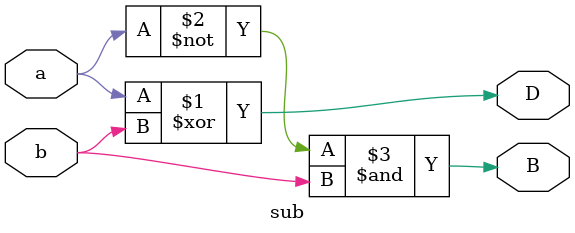
<source format=v>
`timescale 1ns / 1ps


module sub(
    input a , b,
    output D , B
    );
    assign D = a ^ b ;
    assign B = ~a & b ;
endmodule

</source>
